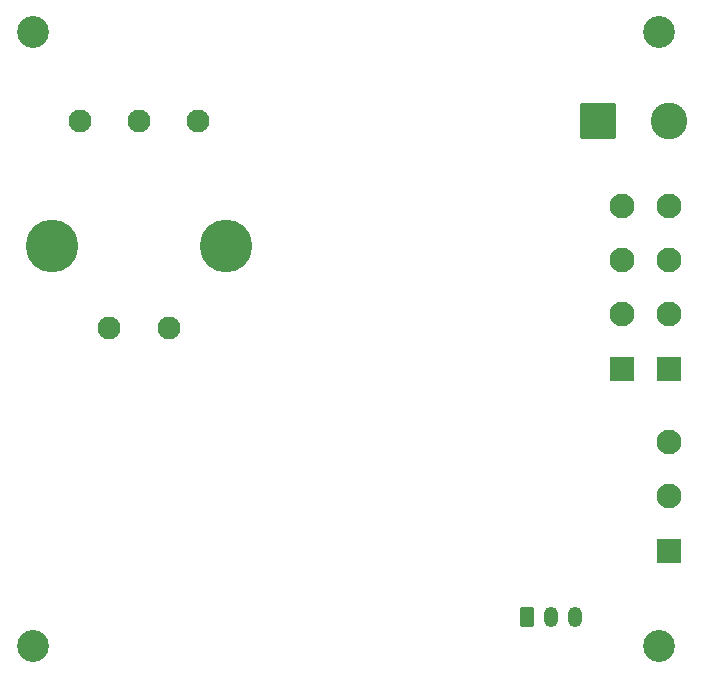
<source format=gbs>
G04 #@! TF.GenerationSoftware,KiCad,Pcbnew,8.0.6*
G04 #@! TF.CreationDate,2025-04-03T21:30:14+02:00*
G04 #@! TF.ProjectId,UV-Controller,55562d43-6f6e-4747-926f-6c6c65722e6b,v2.0*
G04 #@! TF.SameCoordinates,Original*
G04 #@! TF.FileFunction,Soldermask,Bot*
G04 #@! TF.FilePolarity,Negative*
%FSLAX46Y46*%
G04 Gerber Fmt 4.6, Leading zero omitted, Abs format (unit mm)*
G04 Created by KiCad (PCBNEW 8.0.6) date 2025-04-03 21:30:14*
%MOMM*%
%LPD*%
G01*
G04 APERTURE LIST*
G04 Aperture macros list*
%AMRoundRect*
0 Rectangle with rounded corners*
0 $1 Rounding radius*
0 $2 $3 $4 $5 $6 $7 $8 $9 X,Y pos of 4 corners*
0 Add a 4 corners polygon primitive as box body*
4,1,4,$2,$3,$4,$5,$6,$7,$8,$9,$2,$3,0*
0 Add four circle primitives for the rounded corners*
1,1,$1+$1,$2,$3*
1,1,$1+$1,$4,$5*
1,1,$1+$1,$6,$7*
1,1,$1+$1,$8,$9*
0 Add four rect primitives between the rounded corners*
20,1,$1+$1,$2,$3,$4,$5,0*
20,1,$1+$1,$4,$5,$6,$7,0*
20,1,$1+$1,$6,$7,$8,$9,0*
20,1,$1+$1,$8,$9,$2,$3,0*%
G04 Aperture macros list end*
%ADD10RoundRect,0.249999X-1.300001X-1.300001X1.300001X-1.300001X1.300001X1.300001X-1.300001X1.300001X0*%
%ADD11C,3.100000*%
%ADD12C,2.700000*%
%ADD13RoundRect,0.250001X0.799999X-0.799999X0.799999X0.799999X-0.799999X0.799999X-0.799999X-0.799999X0*%
%ADD14C,2.100000*%
%ADD15C,1.950000*%
%ADD16C,4.460000*%
%ADD17RoundRect,0.250000X-0.350000X-0.625000X0.350000X-0.625000X0.350000X0.625000X-0.350000X0.625000X0*%
%ADD18O,1.200000X1.750000*%
G04 APERTURE END LIST*
D10*
X169000000Y-81000000D03*
D11*
X175000000Y-81000000D03*
D12*
X174112500Y-125475000D03*
D13*
X175000000Y-117400000D03*
D14*
X175000000Y-112800000D03*
X175000000Y-108200000D03*
D15*
X135112500Y-81075000D03*
X130112500Y-81075000D03*
X125112500Y-81075000D03*
X132612500Y-98575000D03*
X127612500Y-98575000D03*
D16*
X137512500Y-91575000D03*
X122712500Y-91575000D03*
D13*
X171000000Y-102000000D03*
D14*
X171000000Y-97400000D03*
X171000000Y-92800000D03*
X171000000Y-88200000D03*
D12*
X121112500Y-125475000D03*
D17*
X163000000Y-123000000D03*
D18*
X165000000Y-123000000D03*
X167000000Y-123000000D03*
D13*
X175000000Y-102000000D03*
D14*
X175000000Y-97400000D03*
X175000000Y-92800000D03*
X175000000Y-88200000D03*
D12*
X121112500Y-73475000D03*
X174112500Y-73475000D03*
M02*

</source>
